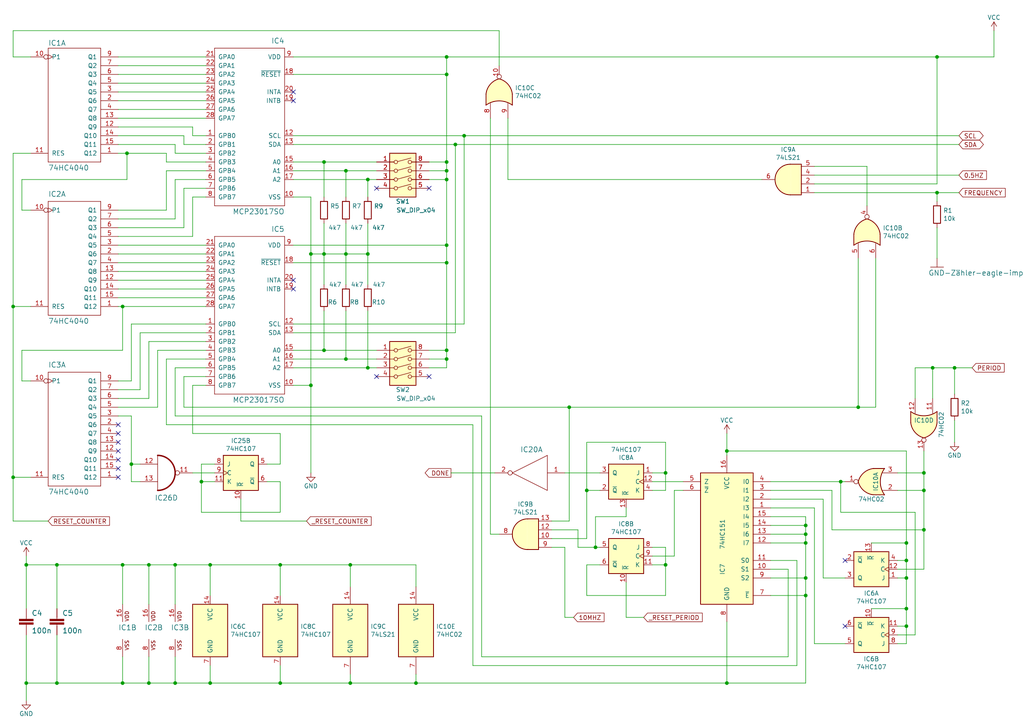
<source format=kicad_sch>
(kicad_sch (version 20211123) (generator eeschema)
  (paper "A4")
  (lib_symbols
    (symbol "74xx:74LS02" (pin_names (offset 1.016))
      (property "Reference" "U" (at 0 1.27 0))
      (property "Value" "74LS02" (at 0 -1.27 0))
      (symbol "74LS02_1_1"
        (pin output inverted (at 7.62 0 180) (length 3.81) (name "~") (number "1"))
        (pin input line (at -7.62 2.54 0) (length 4.318) (name "~") (number "2"))
        (pin input line (at -7.62 -2.54 0) (length 4.318) (name "~") (number "3"))
      )
      (symbol "74LS02_1_2"
        (pin output line (at 7.62 0 180) (length 3.81) (name "~") (number "1"))
        (pin input inverted (at -7.62 2.54 0) (length 3.81) (name "~") (number "2"))
        (pin input inverted (at -7.62 -2.54 0) (length 3.81) (name "~") (number "3"))
      )
      (symbol "74LS02_2_1"
        (pin output inverted (at 7.62 0 180) (length 3.81) (name "~") (number "4"))
        (pin input line (at -7.62 2.54 0) (length 4.318) (name "~") (number "5"))
        (pin input line (at -7.62 -2.54 0) (length 4.318) (name "~") (number "6"))
      )
      (symbol "74LS02_2_2"
        (pin output line (at 7.62 0 180) (length 3.81) (name "~") (number "4"))
        (pin input inverted (at -7.62 2.54 0) (length 3.81) (name "~") (number "5"))
        (pin input inverted (at -7.62 -2.54 0) (length 3.81) (name "~") (number "6"))
      )
      (symbol "74LS02_3_1"
        (pin output inverted (at 7.62 0 180) (length 3.81) (name "~") (number "10"))
        (pin input line (at -7.62 2.54 0) (length 4.318) (name "~") (number "8"))
        (pin input line (at -7.62 -2.54 0) (length 4.318) (name "~") (number "9"))
      )
      (symbol "74LS02_3_2"
        (pin output line (at 7.62 0 180) (length 3.81) (name "~") (number "10"))
        (pin input inverted (at -7.62 2.54 0) (length 3.81) (name "~") (number "8"))
        (pin input inverted (at -7.62 -2.54 0) (length 3.81) (name "~") (number "9"))
      )
      (symbol "74LS02_4_1"
        (pin input line (at -7.62 2.54 0) (length 4.318) (name "~") (number "11"))
        (pin input line (at -7.62 -2.54 0) (length 4.318) (name "~") (number "12"))
        (pin output inverted (at 7.62 0 180) (length 3.81) (name "~") (number "13"))
      )
      (symbol "74LS02_4_2"
        (pin input inverted (at -7.62 2.54 0) (length 3.81) (name "~") (number "11"))
        (pin input inverted (at -7.62 -2.54 0) (length 3.81) (name "~") (number "12"))
        (pin output line (at 7.62 0 180) (length 3.81) (name "~") (number "13"))
      )
      (symbol "74LS02_5_0"
        (pin power_in line (at 0 12.7 270) (length 5.08) (name "VCC") (number "14"))
        (pin power_in line (at 0 -12.7 90) (length 5.08) (name "GND") (number "7"))
      )
    )
    (symbol "74xx:74LS107" (pin_names (offset 1.016))
      (property "Reference" "U" (at -7.62 8.89 0))
      (property "Value" "74LS107" (at -7.62 -8.89 0))
      (symbol "74LS107_1_0"
        (pin input line (at -7.62 2.54 0) (length 2.54) (name "J") (number "1"))
        (pin input clock (at -7.62 0 0) (length 2.54) (name "C") (number "12"))
        (pin input line (at 0 -7.62 90) (length 2.54) (name "~{R}") (number "13"))
        (pin output line (at 7.62 -2.54 180) (length 2.54) (name "~{Q}") (number "2"))
        (pin output line (at 7.62 2.54 180) (length 2.54) (name "Q") (number "3"))
        (pin input line (at -7.62 -2.54 0) (length 2.54) (name "K") (number "4"))
      )
      (symbol "74LS107_2_0"
        (pin input line (at 0 -7.62 90) (length 2.54) (name "~{R}") (number "10"))
        (pin input line (at -7.62 -2.54 0) (length 2.54) (name "K") (number "11"))
        (pin output line (at 7.62 2.54 180) (length 2.54) (name "Q") (number "5"))
        (pin output line (at 7.62 -2.54 180) (length 2.54) (name "~{Q}") (number "6"))
        (pin input line (at -7.62 2.54 0) (length 2.54) (name "J") (number "8"))
        (pin input clock (at -7.62 0 0) (length 2.54) (name "C") (number "9"))
      )
      (symbol "74LS107_3_0"
        (pin power_in line (at 0 10.16 270) (length 2.54) (name "VCC") (number "14"))
        (pin power_in line (at 0 -10.16 90) (length 2.54) (name "GND") (number "7"))
      )
    )
    (symbol "74xx:74LS151" (pin_names (offset 1.016))
      (property "Reference" "U" (at -7.62 19.05 0))
      (property "Value" "74LS151" (at -7.62 -21.59 0))
      (symbol "74LS151_1_0"
        (pin input line (at -12.7 7.62 0) (length 5.08) (name "I3") (number "1"))
        (pin input line (at -12.7 -10.16 0) (length 5.08) (name "S1") (number "10"))
        (pin input line (at -12.7 -7.62 0) (length 5.08) (name "S0") (number "11"))
        (pin input line (at -12.7 -2.54 0) (length 5.08) (name "I7") (number "12"))
        (pin input line (at -12.7 0 0) (length 5.08) (name "I6") (number "13"))
        (pin input line (at -12.7 2.54 0) (length 5.08) (name "I5") (number "14"))
        (pin input line (at -12.7 5.08 0) (length 5.08) (name "I4") (number "15"))
        (pin power_in line (at 0 22.86 270) (length 5.08) (name "VCC") (number "16"))
        (pin input line (at -12.7 10.16 0) (length 5.08) (name "I2") (number "2"))
        (pin input line (at -12.7 12.7 0) (length 5.08) (name "I1") (number "3"))
        (pin input line (at -12.7 15.24 0) (length 5.08) (name "I0") (number "4"))
        (pin output line (at 12.7 15.24 180) (length 5.08) (name "Z") (number "5"))
        (pin output line (at 12.7 12.7 180) (length 5.08) (name "~{Z}") (number "6"))
        (pin input line (at -12.7 -17.78 0) (length 5.08) (name "~{E}") (number "7"))
        (pin power_in line (at 0 -25.4 90) (length 5.08) (name "GND") (number "8"))
        (pin input line (at -12.7 -12.7 0) (length 5.08) (name "S2") (number "9"))
      )
    )
    (symbol "74xx:74LS21" (pin_names (offset 1.016))
      (property "Reference" "U" (at 0 1.27 0))
      (property "Value" "74LS21" (at 0 -1.27 0))
      (symbol "74LS21_1_1"
        (pin input line (at -7.62 3.81 0) (length 3.81) (name "~") (number "1"))
        (pin input line (at -7.62 1.27 0) (length 3.81) (name "~") (number "2"))
        (pin input line (at -7.62 -1.27 0) (length 3.81) (name "~") (number "4"))
        (pin input line (at -7.62 -3.81 0) (length 3.81) (name "~") (number "5"))
        (pin output line (at 7.62 0 180) (length 3.81) (name "~") (number "6"))
      )
      (symbol "74LS21_1_2"
        (pin input inverted (at -7.62 3.81 0) (length 3.81) (name "~") (number "1"))
        (pin input inverted (at -7.62 1.27 0) (length 4.826) (name "~") (number "2"))
        (pin input inverted (at -7.62 -1.27 0) (length 4.826) (name "~") (number "4"))
        (pin input inverted (at -7.62 -3.81 0) (length 3.81) (name "~") (number "5"))
        (pin output inverted (at 7.62 0 180) (length 3.81) (name "~") (number "6"))
      )
      (symbol "74LS21_2_1"
        (pin input line (at -7.62 1.27 0) (length 3.81) (name "~") (number "10"))
        (pin input line (at -7.62 -1.27 0) (length 3.81) (name "~") (number "12"))
        (pin input line (at -7.62 -3.81 0) (length 3.81) (name "~") (number "13"))
        (pin output line (at 7.62 0 180) (length 3.81) (name "~") (number "8"))
        (pin input line (at -7.62 3.81 0) (length 3.81) (name "~") (number "9"))
      )
      (symbol "74LS21_2_2"
        (pin input inverted (at -7.62 1.27 0) (length 4.826) (name "~") (number "10"))
        (pin input inverted (at -7.62 -1.27 0) (length 4.826) (name "~") (number "12"))
        (pin input inverted (at -7.62 -3.81 0) (length 3.81) (name "~") (number "13"))
        (pin output inverted (at 7.62 0 180) (length 3.81) (name "~") (number "8"))
        (pin input inverted (at -7.62 3.81 0) (length 3.81) (name "~") (number "9"))
      )
      (symbol "74LS21_3_0"
        (pin power_in line (at 0 12.7 270) (length 5.08) (name "VCC") (number "14"))
        (pin power_in line (at 0 -12.7 90) (length 5.08) (name "GND") (number "7"))
      )
    )
    (symbol "Device:R" (pin_numbers hide) (pin_names (offset 0))
      (property "Reference" "R" (at 2.032 0 90))
      (property "Value" "R" (at 0 0 90))
      (symbol "R_1_1"
        (pin passive line (at 0 3.81 270) (length 1.27) (name "~") (number "1"))
        (pin passive line (at 0 -3.81 90) (length 1.27) (name "~") (number "2"))
      )
    )
    (symbol "Hauptplatine-rescue:4040D-Zähler-eagle-import" (pin_names (offset 1.016))
      (property "Reference" "IC" (at -1.27 -0.635 0))
      (symbol "4040D-Zähler-eagle-import_1_0"
        (pin output line (at 12.7 -15.24 180) (length 5.08) (name "Q12") (number "1"))
        (pin input inverted_clock (at -12.7 12.7 0) (length 5.08) (name "P1") (number "10"))
        (pin input line (at -12.7 -15.24 0) (length 5.08) (name "RES") (number "11"))
        (pin output line (at 12.7 -7.62 180) (length 5.08) (name "Q9") (number "12"))
        (pin output line (at 12.7 -5.08 180) (length 5.08) (name "Q8") (number "13"))
        (pin output line (at 12.7 -10.16 180) (length 5.08) (name "Q10") (number "14"))
        (pin output line (at 12.7 -12.7 180) (length 5.08) (name "Q11") (number "15"))
        (pin output line (at 12.7 0 180) (length 5.08) (name "Q6") (number "2"))
        (pin output line (at 12.7 2.54 180) (length 5.08) (name "Q5") (number "3"))
        (pin output line (at 12.7 -2.54 180) (length 5.08) (name "Q7") (number "4"))
        (pin output line (at 12.7 5.08 180) (length 5.08) (name "Q4") (number "5"))
        (pin output line (at 12.7 7.62 180) (length 5.08) (name "Q3") (number "6"))
        (pin output line (at 12.7 10.16 180) (length 5.08) (name "Q2") (number "7"))
        (pin output line (at 12.7 12.7 180) (length 5.08) (name "Q1") (number "9"))
      )
      (symbol "4040D-Zähler-eagle-import_2_0"
        (text "VDD" (at 1.905 2.54 900) (effects (font (size 1.0668 1.0668)) (justify left bottom)))
        (text "VSS" (at 1.905 -5.842 900) (effects (font (size 1.0668 1.0668)) (justify left bottom)))
        (pin power_in line (at 0 7.62 270) (length 5.08) (name "VDD") (number "16"))
        (pin power_in line (at 0 -7.62 90) (length 5.08) (name "VSS") (number "8"))
      )
    )
    (symbol "Hauptplatine-rescue:7400D-Zähler-eagle-import" (pin_names (offset 1.016))
      (property "Reference" "IC" (at -0.635 -0.635 0))
      (symbol "7400D-Zähler-eagle-import_1_0"
        (pin input line (at -7.62 2.54 0) (length 5.08) (name "I0") (number "1"))
        (pin input line (at -7.62 -2.54 0) (length 5.08) (name "I1") (number "2"))
        (pin output inverted (at 7.62 0 180) (length 5.08) (name "O") (number "3"))
      )
      (symbol "7400D-Zähler-eagle-import_2_0"
        (pin input line (at -7.62 2.54 0) (length 5.08) (name "I0") (number "4"))
        (pin input line (at -7.62 -2.54 0) (length 5.08) (name "I1") (number "5"))
        (pin output inverted (at 7.62 0 180) (length 5.08) (name "O") (number "6"))
      )
      (symbol "7400D-Zähler-eagle-import_3_0"
        (pin input line (at -7.62 -2.54 0) (length 5.08) (name "I1") (number "10"))
        (pin output inverted (at 7.62 0 180) (length 5.08) (name "O") (number "8"))
        (pin input line (at -7.62 2.54 0) (length 5.08) (name "I0") (number "9"))
      )
      (symbol "7400D-Zähler-eagle-import_4_0"
        (pin output inverted (at 7.62 0 180) (length 5.08) (name "O") (number "11"))
        (pin input line (at -7.62 2.54 0) (length 5.08) (name "I0") (number "12"))
        (pin input line (at -7.62 -2.54 0) (length 5.08) (name "I1") (number "13"))
      )
      (symbol "7400D-Zähler-eagle-import_5_0"
        (text "GND" (at 1.905 -5.842 900) (effects (font (size 1.0668 1.0668)) (justify left bottom)))
        (text "VCC" (at 1.905 2.54 900) (effects (font (size 1.0668 1.0668)) (justify left bottom)))
        (pin power_in line (at 0 7.62 270) (length 5.08) (name "VCC") (number "14"))
        (pin power_in line (at 0 -7.62 90) (length 5.08) (name "GND") (number "7"))
      )
    )
    (symbol "Hauptplatine-rescue:7404D-Taktgenerator-eagle-import" (pin_names (offset 1.016))
      (property "Reference" "IC" (at -0.635 -0.635 0))
      (symbol "7404D-Taktgenerator-eagle-import_1_0"
        (pin input line (at -10.16 0 0) (length 5.08) (name "I") (number "1"))
        (pin output inverted (at 10.16 0 180) (length 5.08) (name "O") (number "2"))
      )
      (symbol "7404D-Taktgenerator-eagle-import_2_0"
        (pin input line (at -10.16 0 0) (length 5.08) (name "I") (number "3"))
        (pin output inverted (at 10.16 0 180) (length 5.08) (name "O") (number "4"))
      )
      (symbol "7404D-Taktgenerator-eagle-import_3_0"
        (pin input line (at -10.16 0 0) (length 5.08) (name "I") (number "5"))
        (pin output inverted (at 10.16 0 180) (length 5.08) (name "O") (number "6"))
      )
      (symbol "7404D-Taktgenerator-eagle-import_4_0"
        (pin output inverted (at 10.16 0 180) (length 5.08) (name "O") (number "8"))
        (pin input line (at -10.16 0 0) (length 5.08) (name "I") (number "9"))
      )
      (symbol "7404D-Taktgenerator-eagle-import_5_0"
        (pin output inverted (at 10.16 0 180) (length 5.08) (name "O") (number "10"))
        (pin input line (at -10.16 0 0) (length 5.08) (name "I") (number "11"))
      )
      (symbol "7404D-Taktgenerator-eagle-import_6_0"
        (pin output inverted (at 10.16 0 180) (length 5.08) (name "O") (number "12"))
        (pin input line (at -10.16 0 0) (length 5.08) (name "I") (number "13"))
      )
      (symbol "7404D-Taktgenerator-eagle-import_7_0"
        (text "GND" (at 1.905 -5.842 900) (effects (font (size 1.0668 1.0668)) (justify left bottom)))
        (text "VCC" (at 1.905 2.54 900) (effects (font (size 1.0668 1.0668)) (justify left bottom)))
        (pin power_in line (at 0 7.62 270) (length 5.08) (name "VCC") (number "14"))
        (pin power_in line (at 0 -7.62 90) (length 5.08) (name "GND") (number "7"))
      )
    )
    (symbol "Hauptplatine-rescue:C-EUC0603-Zähler-eagle-import" (pin_names (offset 1.016))
      (property "Reference" "C" (at 1.524 0.381 0))
      (property "Value" "C-EUC0603-Zähler-eagle-import" (at 1.524 -4.699 0))
      (symbol "C-EUC0603-Zähler-eagle-import_1_0"
        (pin passive line (at 0 2.54 270) (length 2.54) (name "1") (number "1"))
        (pin passive line (at 0 -5.08 90) (length 2.54) (name "2") (number "2"))
      )
    )
    (symbol "Hauptplatine-rescue:GND-Zähler-eagle-import" (power) (pin_names (offset 1.016))
      (property "Value" "GND-Zähler-eagle-import" (at -2.54 -2.54 0))
      (symbol "GND-Zähler-eagle-import_1_0"
        (pin power_in line (at 0 2.54 270) (length 2.54) (name "GND") (number "1"))
      )
    )
    (symbol "Hauptplatine-rescue:MCP23017SO-Zähler-eagle-import" (pin_names (offset 1.016))
      (property "Reference" "IC" (at -10.16 24.13 0))
      (property "Value" "MCP23017SO-Zähler-eagle-import" (at -10.16 -25.4 0))
      (symbol "MCP23017SO-Zähler-eagle-import_1_0"
        (pin bidirectional line (at 12.7 -2.54 180) (length 2.54) (name "GPB0") (number "1"))
        (pin power_in line (at -12.7 -20.32 0) (length 2.54) (name "VSS") (number "10"))
        (pin input line (at -12.7 -2.54 0) (length 2.54) (name "SCL") (number "12"))
        (pin bidirectional line (at -12.7 -5.08 0) (length 2.54) (name "SDA") (number "13"))
        (pin input line (at -12.7 -10.16 0) (length 2.54) (name "A0") (number "15"))
        (pin input line (at -12.7 -12.7 0) (length 2.54) (name "A1") (number "16"))
        (pin input line (at -12.7 -15.24 0) (length 2.54) (name "A2") (number "17"))
        (pin input line (at -12.7 15.24 0) (length 2.54) (name "~{RESET}") (number "18"))
        (pin output line (at -12.7 7.62 0) (length 2.54) (name "INTB") (number "19"))
        (pin bidirectional line (at 12.7 -5.08 180) (length 2.54) (name "GPB1") (number "2"))
        (pin output line (at -12.7 10.16 0) (length 2.54) (name "INTA") (number "20"))
        (pin bidirectional line (at 12.7 20.32 180) (length 2.54) (name "GPA0") (number "21"))
        (pin bidirectional line (at 12.7 17.78 180) (length 2.54) (name "GPA1") (number "22"))
        (pin bidirectional line (at 12.7 15.24 180) (length 2.54) (name "GPA2") (number "23"))
        (pin bidirectional line (at 12.7 12.7 180) (length 2.54) (name "GPA3") (number "24"))
        (pin bidirectional line (at 12.7 10.16 180) (length 2.54) (name "GPA4") (number "25"))
        (pin bidirectional line (at 12.7 7.62 180) (length 2.54) (name "GPA5") (number "26"))
        (pin bidirectional line (at 12.7 5.08 180) (length 2.54) (name "GPA6") (number "27"))
        (pin bidirectional line (at 12.7 2.54 180) (length 2.54) (name "GPA7") (number "28"))
        (pin bidirectional line (at 12.7 -7.62 180) (length 2.54) (name "GPB2") (number "3"))
        (pin bidirectional line (at 12.7 -10.16 180) (length 2.54) (name "GPB3") (number "4"))
        (pin bidirectional line (at 12.7 -12.7 180) (length 2.54) (name "GPB4") (number "5"))
        (pin bidirectional line (at 12.7 -15.24 180) (length 2.54) (name "GPB5") (number "6"))
        (pin bidirectional line (at 12.7 -17.78 180) (length 2.54) (name "GPB6") (number "7"))
        (pin bidirectional line (at 12.7 -20.32 180) (length 2.54) (name "GPB7") (number "8"))
        (pin power_in line (at -12.7 20.32 0) (length 2.54) (name "VDD") (number "9"))
      )
    )
    (symbol "Switch:SW_DIP_x04" (pin_names (offset 0) hide)
      (property "Reference" "SW" (at 0 8.89 0))
      (property "Value" "SW_DIP_x04" (at 0 -6.35 0))
      (symbol "SW_DIP_x04_1_1"
        (pin passive line (at -7.62 5.08 0) (length 5.08) (name "~") (number "1"))
        (pin passive line (at -7.62 2.54 0) (length 5.08) (name "~") (number "2"))
        (pin passive line (at -7.62 0 0) (length 5.08) (name "~") (number "3"))
        (pin passive line (at -7.62 -2.54 0) (length 5.08) (name "~") (number "4"))
        (pin passive line (at 7.62 -2.54 180) (length 5.08) (name "~") (number "5"))
        (pin passive line (at 7.62 0 180) (length 5.08) (name "~") (number "6"))
        (pin passive line (at 7.62 2.54 180) (length 5.08) (name "~") (number "7"))
        (pin passive line (at 7.62 5.08 180) (length 5.08) (name "~") (number "8"))
      )
    )
    (symbol "power:GND" (power) (pin_names (offset 0))
      (property "Value" "GND" (at 0 -3.81 0))
      (symbol "GND_1_1"
        (pin power_in line (at 0 0 270) (length 0) hide (name "GND") (number "1"))
      )
    )
    (symbol "power:VCC" (power) (pin_names (offset 0))
      (property "Value" "VCC" (at 0 3.81 0))
      (symbol "VCC_1_1"
        (pin power_in line (at 0 0 90) (length 0) hide (name "VCC") (number "1"))
      )
    )
  )
  (junction (at 35.56 163.83))
  (junction (at 43.18 198.12))
  (junction (at 267.97 142.24))
  (junction (at 262.89 157.48))
  (junction (at 210.82 198.12))
  (junction (at 101.6 163.83))
  (junction (at 101.6 198.12))
  (junction (at 233.68 152.4))
  (junction (at 262.89 162.56))
  (junction (at 210.82 130.81))
  (junction (at 233.68 167.64))
  (junction (at 35.56 88.9))
  (junction (at 106.68 52.07))
  (junction (at 38.1 134.62))
  (junction (at 60.96 163.83))
  (junction (at 262.89 181.61))
  (junction (at 129.54 46.99))
  (junction (at 267.97 137.16))
  (junction (at 58.42 139.7))
  (junction (at 90.17 111.76))
  (junction (at 120.65 198.12))
  (junction (at 7.62 198.12))
  (junction (at 233.68 154.94))
  (junction (at 243.84 139.7))
  (junction (at 81.28 198.12))
  (junction (at 129.54 104.14))
  (junction (at 132.08 41.91))
  (junction (at 50.8 163.83))
  (junction (at 165.1 118.11))
  (junction (at 276.86 106.68))
  (junction (at 170.18 142.24))
  (junction (at 60.96 198.12))
  (junction (at 267.97 153.67))
  (junction (at 106.68 106.68))
  (junction (at 93.98 46.99))
  (junction (at 100.33 49.53))
  (junction (at 16.51 198.12))
  (junction (at 193.04 137.16))
  (junction (at 16.51 163.83))
  (junction (at 43.18 163.83))
  (junction (at 7.62 163.83))
  (junction (at 100.33 73.66))
  (junction (at 100.33 104.14))
  (junction (at 106.68 73.66))
  (junction (at 129.54 71.12))
  (junction (at 81.28 163.83))
  (junction (at 129.54 101.6))
  (junction (at 90.17 73.66))
  (junction (at 129.54 21.59))
  (junction (at 248.92 118.11))
  (junction (at 50.8 198.12))
  (junction (at 3.81 88.9))
  (junction (at 35.56 198.12))
  (junction (at 193.04 163.83))
  (junction (at 93.98 73.66))
  (junction (at 129.54 52.07))
  (junction (at 271.78 55.88))
  (junction (at 93.98 101.6))
  (junction (at 270.51 106.68))
  (junction (at 129.54 16.51))
  (junction (at 233.68 172.72))
  (junction (at 271.78 16.51))
  (junction (at 134.62 39.37))
  (junction (at 129.54 49.53))
  (junction (at 262.89 167.64))
  (junction (at 172.72 158.75))
  (junction (at 262.89 176.53))
  (junction (at 36.83 44.45))
  (junction (at 3.81 138.43))
  (junction (at 233.68 157.48))
  (junction (at 129.54 76.2))
  (no_connect (at 245.11 181.61))
  (no_connect (at 34.29 138.43))
  (no_connect (at 34.29 123.19))
  (no_connect (at 109.22 54.61))
  (no_connect (at 245.11 162.56))
  (no_connect (at 124.46 109.22))
  (no_connect (at 34.29 133.35))
  (no_connect (at 34.29 128.27))
  (no_connect (at 85.09 83.82))
  (no_connect (at 85.09 81.28))
  (no_connect (at 124.46 54.61))
  (no_connect (at 34.29 130.81))
  (no_connect (at 34.29 125.73))
  (no_connect (at 85.09 26.67))
  (no_connect (at 85.09 29.21))
  (no_connect (at 109.22 109.22))
  (no_connect (at 34.29 135.89))
  (wire (pts (xy 129.54 49.53) (xy 129.54 46.99)))
  (wire (pts (xy 129.54 21.59) (xy 129.54 16.51)))
  (wire (pts (xy 243.84 139.7) (xy 223.52 139.7)))
  (wire (pts (xy 281.94 106.68) (xy 276.86 106.68)))
  (wire (pts (xy 147.32 34.29) (xy 147.32 52.07)))
  (wire (pts (xy 223.52 147.32) (xy 236.22 147.32)))
  (wire (pts (xy 55.88 39.37) (xy 59.69 39.37)))
  (wire (pts (xy 85.09 41.91) (xy 132.08 41.91)))
  (wire (pts (xy 50.8 120.65) (xy 139.7 120.65)))
  (wire (pts (xy 90.17 73.66) (xy 90.17 111.76)))
  (wire (pts (xy 85.09 111.76) (xy 90.17 111.76)))
  (wire (pts (xy 16.51 198.12) (xy 35.56 198.12)))
  (wire (pts (xy 109.22 49.53) (xy 100.33 49.53)))
  (wire (pts (xy 59.69 106.68) (xy 50.8 106.68)))
  (wire (pts (xy 48.26 49.53) (xy 59.69 49.53)))
  (wire (pts (xy 81.28 163.83) (xy 81.28 172.72)))
  (wire (pts (xy 132.08 96.52) (xy 85.09 96.52)))
  (wire (pts (xy 3.81 138.43) (xy 3.81 151.13)))
  (wire (pts (xy 198.12 142.24) (xy 195.58 142.24)))
  (wire (pts (xy 38.1 134.62) (xy 38.1 139.7)))
  (wire (pts (xy 173.99 158.75) (xy 172.72 158.75)))
  (wire (pts (xy 35.56 163.83) (xy 43.18 163.83)))
  (wire (pts (xy 129.54 46.99) (xy 129.54 21.59)))
  (wire (pts (xy 186.69 179.07) (xy 181.61 179.07)))
  (wire (pts (xy 100.33 73.66) (xy 93.98 73.66)))
  (wire (pts (xy 6.35 60.96) (xy 6.35 52.07)))
  (wire (pts (xy 7.62 203.2) (xy 7.62 198.12)))
  (wire (pts (xy 100.33 64.77) (xy 100.33 73.66)))
  (wire (pts (xy 223.52 172.72) (xy 233.68 172.72)))
  (wire (pts (xy 173.99 142.24) (xy 170.18 142.24)))
  (wire (pts (xy 223.52 152.4) (xy 233.68 152.4)))
  (wire (pts (xy 53.34 109.22) (xy 53.34 118.11)))
  (wire (pts (xy 163.83 158.75) (xy 163.83 179.07)))
  (wire (pts (xy 130.81 137.16) (xy 143.51 137.16)))
  (wire (pts (xy 16.51 176.53) (xy 16.51 163.83)))
  (wire (pts (xy 34.29 81.28) (xy 59.69 81.28)))
  (wire (pts (xy 189.23 158.75) (xy 193.04 158.75)))
  (wire (pts (xy 35.56 190.5) (xy 35.56 198.12)))
  (wire (pts (xy 3.81 44.45) (xy 8.89 44.45)))
  (wire (pts (xy 34.29 21.59) (xy 59.69 21.59)))
  (wire (pts (xy 193.04 163.83) (xy 193.04 172.72)))
  (wire (pts (xy 134.62 93.98) (xy 134.62 39.37)))
  (wire (pts (xy 124.46 104.14) (xy 129.54 104.14)))
  (wire (pts (xy 38.1 139.7) (xy 40.64 139.7)))
  (wire (pts (xy 34.29 41.91) (xy 50.8 41.91)))
  (wire (pts (xy 248.92 118.11) (xy 254 118.11)))
  (wire (pts (xy 43.18 163.83) (xy 50.8 163.83)))
  (wire (pts (xy 60.96 193.04) (xy 60.96 198.12)))
  (wire (pts (xy 193.04 158.75) (xy 193.04 163.83)))
  (wire (pts (xy 137.16 123.19) (xy 137.16 193.04)))
  (wire (pts (xy 160.02 153.67) (xy 167.64 153.67)))
  (wire (pts (xy 262.89 176.53) (xy 262.89 181.61)))
  (wire (pts (xy 271.78 55.88) (xy 236.22 55.88)))
  (wire (pts (xy 38.1 110.49) (xy 38.1 93.98)))
  (wire (pts (xy 167.64 158.75) (xy 167.64 153.67)))
  (wire (pts (xy 137.16 193.04) (xy 231.14 193.04)))
  (wire (pts (xy 236.22 147.32) (xy 236.22 186.69)))
  (wire (pts (xy 8.89 60.96) (xy 6.35 60.96)))
  (wire (pts (xy 228.6 165.1) (xy 228.6 190.5)))
  (wire (pts (xy 228.6 190.5) (xy 139.7 190.5)))
  (wire (pts (xy 93.98 101.6) (xy 109.22 101.6)))
  (wire (pts (xy 243.84 148.59) (xy 265.43 148.59)))
  (wire (pts (xy 6.35 101.6) (xy 6.35 110.49)))
  (wire (pts (xy 270.51 106.68) (xy 270.51 115.57)))
  (wire (pts (xy 262.89 167.64) (xy 262.89 176.53)))
  (wire (pts (xy 101.6 195.58) (xy 101.6 198.12)))
  (wire (pts (xy 43.18 163.83) (xy 43.18 175.26)))
  (wire (pts (xy 236.22 186.69) (xy 245.11 186.69)))
  (wire (pts (xy 129.54 52.07) (xy 129.54 49.53)))
  (wire (pts (xy 85.09 76.2) (xy 129.54 76.2)))
  (wire (pts (xy 3.81 16.51) (xy 3.81 8.89)))
  (wire (pts (xy 58.42 134.62) (xy 62.23 134.62)))
  (wire (pts (xy 142.24 154.94) (xy 144.78 154.94)))
  (wire (pts (xy 16.51 184.15) (xy 16.51 198.12)))
  (wire (pts (xy 276.86 121.92) (xy 276.86 128.27)))
  (wire (pts (xy 62.23 139.7) (xy 58.42 139.7)))
  (wire (pts (xy 101.6 198.12) (xy 120.65 198.12)))
  (wire (pts (xy 34.29 26.67) (xy 59.69 26.67)))
  (wire (pts (xy 93.98 46.99) (xy 109.22 46.99)))
  (wire (pts (xy 50.8 63.5) (xy 50.8 52.07)))
  (wire (pts (xy 129.54 76.2) (xy 129.54 71.12)))
  (wire (pts (xy 170.18 142.24) (xy 170.18 128.27)))
  (wire (pts (xy 36.83 52.07) (xy 36.83 44.45)))
  (wire (pts (xy 45.72 118.11) (xy 34.29 118.11)))
  (wire (pts (xy 241.3 142.24) (xy 241.3 153.67)))
  (wire (pts (xy 160.02 156.21) (xy 170.18 156.21)))
  (wire (pts (xy 231.14 162.56) (xy 223.52 162.56)))
  (wire (pts (xy 16.51 163.83) (xy 7.62 163.83)))
  (wire (pts (xy 81.28 125.73) (xy 81.28 134.62)))
  (wire (pts (xy 262.89 130.81) (xy 262.89 157.48)))
  (wire (pts (xy 69.85 144.78) (xy 69.85 151.13)))
  (wire (pts (xy 35.56 88.9) (xy 34.29 88.9)))
  (wire (pts (xy 170.18 128.27) (xy 193.04 128.27)))
  (wire (pts (xy 120.65 163.83) (xy 120.65 170.18)))
  (wire (pts (xy 243.84 139.7) (xy 243.84 148.59)))
  (wire (pts (xy 8.89 16.51) (xy 3.81 16.51)))
  (wire (pts (xy 189.23 137.16) (xy 193.04 137.16)))
  (wire (pts (xy 223.52 165.1) (xy 228.6 165.1)))
  (wire (pts (xy 254 118.11) (xy 254 74.93)))
  (wire (pts (xy 34.29 83.82) (xy 59.69 83.82)))
  (wire (pts (xy 55.88 111.76) (xy 55.88 125.73)))
  (wire (pts (xy 60.96 198.12) (xy 81.28 198.12)))
  (wire (pts (xy 252.73 157.48) (xy 262.89 157.48)))
  (wire (pts (xy 45.72 101.6) (xy 45.72 118.11)))
  (wire (pts (xy 170.18 156.21) (xy 170.18 142.24)))
  (wire (pts (xy 100.33 57.15) (xy 100.33 49.53)))
  (wire (pts (xy 34.29 44.45) (xy 36.83 44.45)))
  (wire (pts (xy 81.28 193.04) (xy 81.28 198.12)))
  (wire (pts (xy 40.64 113.03) (xy 40.64 96.52)))
  (wire (pts (xy 53.34 39.37) (xy 53.34 41.91)))
  (wire (pts (xy 50.8 198.12) (xy 50.8 190.5)))
  (wire (pts (xy 43.18 198.12) (xy 50.8 198.12)))
  (wire (pts (xy 238.76 144.78) (xy 223.52 144.78)))
  (wire (pts (xy 50.8 106.68) (xy 50.8 120.65)))
  (wire (pts (xy 40.64 113.03) (xy 34.29 113.03)))
  (wire (pts (xy 100.33 104.14) (xy 109.22 104.14)))
  (wire (pts (xy 100.33 49.53) (xy 85.09 49.53)))
  (wire (pts (xy 193.04 137.16) (xy 193.04 142.24)))
  (wire (pts (xy 43.18 198.12) (xy 43.18 190.5)))
  (wire (pts (xy 124.46 106.68) (xy 129.54 106.68)))
  (wire (pts (xy 34.29 36.83) (xy 55.88 36.83)))
  (wire (pts (xy 132.08 41.91) (xy 132.08 96.52)))
  (wire (pts (xy 132.08 41.91) (xy 278.13 41.91)))
  (wire (pts (xy 260.35 142.24) (xy 267.97 142.24)))
  (wire (pts (xy 120.65 198.12) (xy 210.82 198.12)))
  (wire (pts (xy 233.68 154.94) (xy 233.68 157.48)))
  (wire (pts (xy 252.73 176.53) (xy 262.89 176.53)))
  (wire (pts (xy 50.8 44.45) (xy 59.69 44.45)))
  (wire (pts (xy 50.8 41.91) (xy 50.8 44.45)))
  (wire (pts (xy 193.04 172.72) (xy 170.18 172.72)))
  (wire (pts (xy 59.69 24.13) (xy 34.29 24.13)))
  (wire (pts (xy 48.26 123.19) (xy 137.16 123.19)))
  (wire (pts (xy 101.6 163.83) (xy 120.65 163.83)))
  (wire (pts (xy 38.1 93.98) (xy 59.69 93.98)))
  (wire (pts (xy 35.56 198.12) (xy 43.18 198.12)))
  (wire (pts (xy 189.23 139.7) (xy 198.12 139.7)))
  (wire (pts (xy 106.68 90.17) (xy 106.68 106.68)))
  (wire (pts (xy 260.35 137.16) (xy 267.97 137.16)))
  (wire (pts (xy 139.7 190.5) (xy 139.7 120.65)))
  (wire (pts (xy 85.09 46.99) (xy 93.98 46.99)))
  (wire (pts (xy 93.98 90.17) (xy 93.98 101.6)))
  (wire (pts (xy 3.81 88.9) (xy 3.81 44.45)))
  (wire (pts (xy 172.72 149.86) (xy 181.61 149.86)))
  (wire (pts (xy 34.29 39.37) (xy 53.34 39.37)))
  (wire (pts (xy 59.69 101.6) (xy 45.72 101.6)))
  (wire (pts (xy 276.86 106.68) (xy 270.51 106.68)))
  (wire (pts (xy 248.92 74.93) (xy 248.92 118.11)))
  (wire (pts (xy 100.33 73.66) (xy 100.33 82.55)))
  (wire (pts (xy 189.23 163.83) (xy 193.04 163.83)))
  (wire (pts (xy 233.68 149.86) (xy 233.68 152.4)))
  (wire (pts (xy 267.97 153.67) (xy 241.3 153.67)))
  (wire (pts (xy 124.46 49.53) (xy 129.54 49.53)))
  (wire (pts (xy 106.68 52.07) (xy 109.22 52.07)))
  (wire (pts (xy 210.82 130.81) (xy 210.82 132.08)))
  (wire (pts (xy 40.64 96.52) (xy 59.69 96.52)))
  (wire (pts (xy 210.82 125.73) (xy 210.82 130.81)))
  (wire (pts (xy 90.17 111.76) (xy 90.17 137.16)))
  (wire (pts (xy 124.46 101.6) (xy 129.54 101.6)))
  (wire (pts (xy 53.34 118.11) (xy 165.1 118.11)))
  (wire (pts (xy 271.78 16.51) (xy 288.29 16.51)))
  (wire (pts (xy 271.78 66.04) (xy 271.78 74.93)))
  (wire (pts (xy 77.47 134.62) (xy 81.28 134.62)))
  (wire (pts (xy 165.1 151.13) (xy 160.02 151.13)))
  (wire (pts (xy 34.29 76.2) (xy 59.69 76.2)))
  (wire (pts (xy 50.8 198.12) (xy 60.96 198.12)))
  (wire (pts (xy 163.83 179.07) (xy 166.37 179.07)))
  (wire (pts (xy 262.89 162.56) (xy 262.89 167.64)))
  (wire (pts (xy 55.88 36.83) (xy 55.88 39.37)))
  (wire (pts (xy 60.96 163.83) (xy 60.96 172.72)))
  (wire (pts (xy 93.98 57.15) (xy 93.98 46.99)))
  (wire (pts (xy 85.09 104.14) (xy 100.33 104.14)))
  (wire (pts (xy 129.54 101.6) (xy 129.54 76.2)))
  (wire (pts (xy 120.65 195.58) (xy 120.65 198.12)))
  (wire (pts (xy 93.98 73.66) (xy 93.98 82.55)))
  (wire (pts (xy 69.85 151.13) (xy 88.9 151.13)))
  (wire (pts (xy 55.88 111.76) (xy 59.69 111.76)))
  (wire (pts (xy 34.29 73.66) (xy 59.69 73.66)))
  (wire (pts (xy 90.17 57.15) (xy 90.17 73.66)))
  (wire (pts (xy 270.51 106.68) (xy 265.43 106.68)))
  (wire (pts (xy 34.29 31.75) (xy 59.69 31.75)))
  (wire (pts (xy 35.56 101.6) (xy 6.35 101.6)))
  (wire (pts (xy 241.3 142.24) (xy 223.52 142.24)))
  (wire (pts (xy 59.69 34.29) (xy 34.29 34.29)))
  (wire (pts (xy 233.68 152.4) (xy 233.68 154.94)))
  (wire (pts (xy 100.33 90.17) (xy 100.33 104.14)))
  (wire (pts (xy 34.29 71.12) (xy 59.69 71.12)))
  (wire (pts (xy 260.35 165.1) (xy 267.97 165.1)))
  (wire (pts (xy 262.89 181.61) (xy 262.89 186.69)))
  (wire (pts (xy 6.35 52.07) (xy 36.83 52.07)))
  (wire (pts (xy 233.68 172.72) (xy 233.68 198.12)))
  (wire (pts (xy 106.68 73.66) (xy 106.68 82.55)))
  (wire (pts (xy 48.26 60.96) (xy 34.29 60.96)))
  (wire (pts (xy 170.18 172.72) (xy 170.18 163.83)))
  (wire (pts (xy 233.68 157.48) (xy 233.68 167.64)))
  (wire (pts (xy 195.58 161.29) (xy 189.23 161.29)))
  (wire (pts (xy 101.6 163.83) (xy 101.6 170.18)))
  (wire (pts (xy 50.8 52.07) (xy 59.69 52.07)))
  (wire (pts (xy 55.88 137.16) (xy 62.23 137.16)))
  (wire (pts (xy 210.82 198.12) (xy 210.82 180.34)))
  (wire (pts (xy 77.47 139.7) (xy 81.28 139.7)))
  (wire (pts (xy 144.78 8.89) (xy 144.78 19.05)))
  (wire (pts (xy 50.8 163.83) (xy 50.8 175.26)))
  (wire (pts (xy 129.54 104.14) (xy 129.54 101.6)))
  (wire (pts (xy 16.51 163.83) (xy 35.56 163.83)))
  (wire (pts (xy 223.52 167.64) (xy 233.68 167.64)))
  (wire (pts (xy 85.09 93.98) (xy 134.62 93.98)))
  (wire (pts (xy 170.18 163.83) (xy 173.99 163.83)))
  (wire (pts (xy 34.29 110.49) (xy 38.1 110.49)))
  (wire (pts (xy 288.29 16.51) (xy 288.29 8.89)))
  (wire (pts (xy 59.69 109.22) (xy 53.34 109.22)))
  (wire (pts (xy 134.62 39.37) (xy 278.13 39.37)))
  (wire (pts (xy 181.61 179.07) (xy 181.61 168.91)))
  (wire (pts (xy 58.42 148.59) (xy 58.42 139.7)))
  (wire (pts (xy 59.69 54.61) (xy 53.34 54.61)))
  (wire (pts (xy 271.78 55.88) (xy 278.13 55.88)))
  (wire (pts (xy 173.99 137.16) (xy 163.83 137.16)))
  (wire (pts (xy 34.29 78.74) (xy 59.69 78.74)))
  (wire (pts (xy 165.1 118.11) (xy 248.92 118.11)))
  (wire (pts (xy 81.28 148.59) (xy 58.42 148.59)))
  (wire (pts (xy 267.97 165.1) (xy 267.97 153.67)))
  (wire (pts (xy 34.29 16.51) (xy 59.69 16.51)))
  (wire (pts (xy 7.62 184.15) (xy 7.62 198.12)))
  (wire (pts (xy 85.09 101.6) (xy 93.98 101.6)))
  (wire (pts (xy 238.76 167.64) (xy 238.76 144.78)))
  (wire (pts (xy 223.52 154.94) (xy 233.68 154.94)))
  (wire (pts (xy 236.22 53.34) (xy 271.78 53.34)))
  (wire (pts (xy 265.43 106.68) (xy 265.43 115.57)))
  (wire (pts (xy 34.29 120.65) (xy 38.1 120.65)))
  (wire (pts (xy 34.29 66.04) (xy 53.34 66.04)))
  (wire (pts (xy 267.97 142.24) (xy 267.97 137.16)))
  (wire (pts (xy 85.09 57.15) (xy 90.17 57.15)))
  (wire (pts (xy 59.69 19.05) (xy 34.29 19.05)))
  (wire (pts (xy 55.88 125.73) (xy 81.28 125.73)))
  (wire (pts (xy 245.11 167.64) (xy 238.76 167.64)))
  (wire (pts (xy 58.42 139.7) (xy 58.42 134.62)))
  (wire (pts (xy 7.62 163.83) (xy 7.62 161.29)))
  (wire (pts (xy 265.43 148.59) (xy 265.43 184.15)))
  (wire (pts (xy 55.88 57.15) (xy 59.69 57.15)))
  (wire (pts (xy 59.69 104.14) (xy 48.26 104.14)))
  (wire (pts (xy 7.62 198.12) (xy 16.51 198.12)))
  (wire (pts (xy 34.29 86.36) (xy 59.69 86.36)))
  (wire (pts (xy 50.8 163.83) (xy 60.96 163.83)))
  (wire (pts (xy 172.72 158.75) (xy 167.64 158.75)))
  (wire (pts (xy 53.34 41.91) (xy 59.69 41.91)))
  (wire (pts (xy 55.88 68.58) (xy 55.88 57.15)))
  (wire (pts (xy 193.04 128.27) (xy 193.04 137.16)))
  (wire (pts (xy 3.81 138.43) (xy 3.81 88.9)))
  (wire (pts (xy 8.89 88.9) (xy 3.81 88.9)))
  (wire (pts (xy 3.81 8.89) (xy 144.78 8.89)))
  (wire (pts (xy 3.81 138.43) (xy 8.89 138.43)))
  (wire (pts (xy 124.46 52.07) (xy 129.54 52.07)))
  (wire (pts (xy 40.64 134.62) (xy 38.1 134.62)))
  (wire (pts (xy 278.13 50.8) (xy 236.22 50.8)))
  (wire (pts (xy 233.68 198.12) (xy 210.82 198.12)))
  (wire (pts (xy 260.35 167.64) (xy 262.89 167.64)))
  (wire (pts (xy 106.68 64.77) (xy 106.68 73.66)))
  (wire (pts (xy 60.96 163.83) (xy 81.28 163.83)))
  (wire (pts (xy 48.26 60.96) (xy 48.26 49.53)))
  (wire (pts (xy 165.1 118.11) (xy 165.1 151.13)))
  (wire (pts (xy 260.35 181.61) (xy 262.89 181.61)))
  (wire (pts (xy 81.28 198.12) (xy 101.6 198.12)))
  (wire (pts (xy 223.52 157.48) (xy 233.68 157.48)))
  (wire (pts (xy 271.78 58.42) (xy 271.78 55.88)))
  (wire (pts (xy 85.09 106.68) (xy 106.68 106.68)))
  (wire (pts (xy 53.34 54.61) (xy 53.34 66.04)))
  (wire (pts (xy 231.14 193.04) (xy 231.14 162.56)))
  (wire (pts (xy 81.28 163.83) (xy 101.6 163.83)))
  (wire (pts (xy 129.54 71.12) (xy 129.54 52.07)))
  (wire (pts (xy 106.68 57.15) (xy 106.68 52.07)))
  (wire (pts (xy 267.97 130.81) (xy 267.97 137.16)))
  (wire (pts (xy 43.18 115.57) (xy 43.18 99.06)))
  (wire (pts (xy 85.09 71.12) (xy 129.54 71.12)))
  (wire (pts (xy 129.54 104.14) (xy 129.54 106.68)))
  (wire (pts (xy 260.35 184.15) (xy 265.43 184.15)))
  (wire (pts (xy 260.35 162.56) (xy 262.89 162.56)))
  (wire (pts (xy 7.62 176.53) (xy 7.62 163.83)))
  (wire (pts (xy 142.24 34.29) (xy 142.24 154.94)))
  (wire (pts (xy 223.52 149.86) (xy 233.68 149.86)))
  (wire (pts (xy 34.29 63.5) (xy 50.8 63.5)))
  (wire (pts (xy 160.02 158.75) (xy 163.83 158.75)))
  (wire (pts (xy 172.72 158.75) (xy 172.72 149.86)))
  (wire (pts (xy 35.56 163.83) (xy 35.56 175.26)))
  (wire (pts (xy 36.83 44.45) (xy 48.26 44.45)))
  (wire (pts (xy 233.68 167.64) (xy 233.68 172.72)))
  (wire (pts (xy 48.26 104.14) (xy 48.26 123.19)))
  (wire (pts (xy 195.58 142.24) (xy 195.58 161.29)))
  (wire (pts (xy 85.09 21.59) (xy 129.54 21.59)))
  (wire (pts (xy 262.89 186.69) (xy 260.35 186.69)))
  (wire (pts (xy 85.09 52.07) (xy 106.68 52.07)))
  (wire (pts (xy 210.82 130.81) (xy 262.89 130.81)))
  (wire (pts (xy 124.46 46.99) (xy 129.54 46.99)))
  (wire (pts (xy 147.32 52.07) (xy 220.98 52.07)))
  (wire (pts (xy 106.68 73.66) (xy 100.33 73.66)))
  (wire (pts (xy 267.97 142.24) (xy 267.97 153.67)))
  (wire (pts (xy 48.26 44.45) (xy 48.26 46.99)))
  (wire (pts (xy 34.29 115.57) (xy 43.18 115.57)))
  (wire (pts (xy 6.35 110.49) (xy 8.89 110.49)))
  (wire (pts (xy 236.22 48.26) (xy 251.46 48.26)))
  (wire (pts (xy 59.69 29.21) (xy 34.29 29.21)))
  (wire (pts (xy 106.68 106.68) (xy 109.22 106.68)))
  (wire (pts (xy 262.89 157.48) (xy 262.89 162.56)))
  (wire (pts (xy 193.04 142.24) (xy 189.23 142.24)))
  (wire (pts (xy 85.09 16.51) (xy 129.54 16.51)))
  (wire (pts (xy 245.11 139.7) (xy 243.84 139.7)))
  (wire (pts (xy 43.18 99.06) (xy 59.69 99.06)))
  (wire (pts (xy 48.26 46.99) (xy 59.69 46.99)))
  (wire (pts (xy 129.54 16.51) (xy 271.78 16.51)))
  (wire (pts (xy 181.61 149.86) (xy 181.61 147.32)))
  (wire (pts (xy 3.81 151.13) (xy 13.97 151.13)))
  (wire (pts (xy 38.1 120.65) (xy 38.1 134.62)))
  (wire (pts (xy 276.86 114.3) (xy 276.86 106.68)))
  (wire (pts (xy 34.29 68.58) (xy 55.88 68.58)))
  (wire (pts (xy 251.46 59.69) (xy 251.46 48.26)))
  (wire (pts (xy 85.09 39.37) (xy 134.62 39.37)))
  (wire (pts (xy 35.56 88.9) (xy 35.56 101.6)))
  (wire (pts (xy 271.78 53.34) (xy 271.78 16.51)))
  (wire (pts (xy 35.56 88.9) (xy 59.69 88.9)))
  (wire (pts (xy 81.28 139.7) (xy 81.28 148.59)))
  (wire (pts (xy 93.98 73.66) (xy 90.17 73.66)))
  (wire (pts (xy 93.98 64.77) (xy 93.98 73.66)))
  (global_label "RESET_COUNTER" (shape input) (at 13.97 151.13 0) (property "Intersheet References" "${INTERSHEET_REFS}" (effects hide)))
  (global_label "PERIOD" (shape input) (at 281.94 106.68 0) (property "Intersheet References" "${INTERSHEET_REFS}" (effects hide)))
  (global_label "_RESET_COUNTER" (shape input) (at 88.9 151.13 0) (property "Intersheet References" "${INTERSHEET_REFS}" (effects hide)))
  (global_label "0.5HZ" (shape input) (at 278.13 50.8 0) (property "Intersheet References" "${INTERSHEET_REFS}" (effects hide)))
  (global_label "FREQUENCY" (shape input) (at 278.13 55.88 0) (property "Intersheet References" "${INTERSHEET_REFS}" (effects hide)))
  (global_label "_RESET_PERIOD" (shape input) (at 186.69 179.07 0) (property "Intersheet References" "${INTERSHEET_REFS}" (effects hide)))
  (global_label "SCL" (shape bidirectional) (at 278.13 39.37 0) (property "Intersheet References" "${INTERSHEET_REFS}" (effects hide)))
  (global_label "DONE" (shape output) (at 130.81 137.16 180) (property "Intersheet References" "${INTERSHEET_REFS}" (effects hide)))
  (global_label "SDA" (shape bidirectional) (at 278.13 41.91 0) (property "Intersheet References" "${INTERSHEET_REFS}" (effects hide)))
  (global_label "10MHZ" (shape input) (at 166.37 179.07 0) (property "Intersheet References" "${INTERSHEET_REFS}" (effects hide)))
  (symbol (lib_id "Hauptplatine-rescue:4040D-Zähler-eagle-import") (at 21.59 29.21 0) (unit 1)
    (property "Reference" "IC1" (at 13.97 13.335 0) (effects (font (size 1.4986 1.4986)) (justify left bottom)))
    (property "Value" "74HC4040" (at 13.97 49.53 0) (effects (font (size 1.4986 1.4986)) (justify left bottom)))
    (property "Footprint" "Package_DIP:DIP-16_W7.62mm_LongPads" (effects hide))
    (property "Datasheet" "https://cdn-reichelt.de/documents/datenblatt/A200/74HC4040_NXP.pdf" (effects hide))
  )
  (symbol (lib_id "Hauptplatine-rescue:4040D-Zähler-eagle-import") (at 50.8 182.88 0) (unit 2)
    (property "Reference" "IC3" (at 49.53 182.88 0) (effects (font (size 1.4986 1.4986)) (justify left bottom)))
    (property "Value" "74HC4040" (effects hide))
    (property "Footprint" "Package_DIP:DIP-16_W7.62mm_LongPads" (effects hide))
    (property "Datasheet" "https://cdn-reichelt.de/documents/datenblatt/A200/74HC4040_NXP.pdf" (effects hide))
  )
  (symbol (lib_id "Hauptplatine-rescue:4040D-Zähler-eagle-import") (at 35.56 182.88 0) (unit 2)
    (property "Reference" "IC1" (at 34.29 182.88 0) (effects (font (size 1.4986 1.4986)) (justify left bottom)))
    (property "Value" "74HC4040" (effects hide))
    (property "Footprint" "Package_DIP:DIP-16_W7.62mm_LongPads" (effects hide))
    (property "Datasheet" "https://cdn-reichelt.de/documents/datenblatt/A200/74HC4040_NXP.pdf" (effects hide))
  )
  (symbol (lib_id "Hauptplatine-rescue:4040D-Zähler-eagle-import") (at 43.18 182.88 0) (unit 2)
    (property "Reference" "IC2" (at 41.91 182.88 0) (effects (font (size 1.4986 1.4986)) (justify left bottom)))
    (property "Value" "74HC4040" (effects hide))
    (property "Footprint" "Package_DIP:DIP-16_W7.62mm_LongPads" (effects hide))
    (property "Datasheet" "https://cdn-reichelt.de/documents/datenblatt/A200/74HC4040_NXP.pdf" (effects hide))
  )
  (symbol (lib_id "Device:R") (at 276.86 118.11 0) (unit 1)
    (property "Reference" "R2" (at 278.638 116.9416 0) (effects (justify left)))
    (property "Value" "10k" (at 278.638 119.253 0) (effects (justify left)))
    (property "Footprint" "Resistor_THT:R_Axial_DIN0207_L6.3mm_D2.5mm_P15.24mm_Horizontal" (effects hide))
  )
  (symbol (lib_id "Device:R") (at 271.78 62.23 0) (unit 1)
    (property "Reference" "R1" (at 273.558 61.0616 0) (effects (justify left)))
    (property "Value" "10k" (at 273.558 63.373 0) (effects (justify left)))
    (property "Footprint" "Resistor_THT:R_Axial_DIN0207_L6.3mm_D2.5mm_P15.24mm_Horizontal" (effects hide))
  )
  (symbol (lib_id "Switch:SW_DIP_x04") (at 116.84 52.07 0) (unit 1)
    (property "Reference" "SW1" (at 116.84 58.42 0))
    (property "Value" "SW_DIP_x04" (at 120.65 60.96 0))
    (property "Footprint" "Button_Switch_THT:SW_DIP_SPSTx04_Slide_9.78x12.34mm_W7.62mm_P2.54mm" (effects hide))
  )
  (symbol (lib_id "Hauptplatine-rescue:GND-Zähler-eagle-import") (at 271.78 77.47 0) (unit 1)
    (property "Reference" "#GND0106" (effects hide))
    (property "Value" "GND-Zähler-eagle-import" (at 269.24 80.01 0) (effects (font (size 1.4986 1.4986)) (justify left bottom)))
  )
  (symbol (lib_id "Switch:SW_DIP_x04") (at 116.84 106.68 0) (unit 1)
    (property "Reference" "SW2" (at 116.84 113.03 0))
    (property "Value" "SW_DIP_x04" (at 120.65 115.57 0))
    (property "Footprint" "Button_Switch_THT:SW_DIP_SPSTx04_Slide_9.78x12.34mm_W7.62mm_P2.54mm" (effects hide))
  )
  (symbol (lib_id "74xx:74LS107") (at 252.73 165.1 180) (unit 1)
    (property "Reference" "IC6" (at 252.73 172.085 0))
    (property "Value" "74HC107" (at 252.73 174.3964 0))
    (property "Footprint" "Package_DIP:DIP-14_W7.62mm_LongPads" (effects hide))
    (property "Datasheet" "http://www.ti.com/lit/gpn/sn74LS107" (effects hide))
  )
  (symbol (lib_id "74xx:74LS107") (at 252.73 184.15 180) (unit 2)
    (property "Reference" "IC6" (at 252.73 191.135 0))
    (property "Value" "74HC107" (at 252.73 193.4464 0))
    (property "Footprint" "Package_DIP:DIP-14_W7.62mm_LongPads" (effects hide))
    (property "Datasheet" "http://www.ti.com/lit/gpn/sn74LS107" (effects hide))
  )
  (symbol (lib_id "74xx:74LS107") (at 60.96 182.88 0) (unit 3)
    (property "Reference" "IC6" (at 66.802 181.7116 0) (effects (justify left)))
    (property "Value" "74HC107" (at 66.802 184.023 0) (effects (justify left)))
    (property "Footprint" "Package_DIP:DIP-14_W7.62mm_LongPads" (effects hide))
    (property "Datasheet" "http://www.ti.com/lit/gpn/sn74LS107" (effects hide))
  )
  (symbol (lib_id "74xx:74LS107") (at 69.85 137.16 0) (unit 2)
    (property "Reference" "IC25" (at 69.85 127.8382 0))
    (property "Value" "74HC107" (at 69.85 130.1496 0))
    (property "Footprint" "Package_DIP:DIP-14_W7.62mm_LongPads" (effects hide))
    (property "Datasheet" "http://www.ti.com/lit/gpn/sn74LS107" (effects hide))
  )
  (symbol (lib_id "Hauptplatine-rescue:7400D-Zähler-eagle-import") (at 48.26 137.16 0) (unit 4)
    (property "Reference" "IC26" (at 48.26 144.399 0) (effects (font (size 1.4986 1.4986))))
    (property "Value" "74HC00" (effects hide))
    (property "Footprint" "Package_DIP:DIP-14_W7.62mm_LongPads" (effects hide))
    (property "Datasheet" "https://www.ti.com/lit/ds/symlink/sn74hc00.pdf?ts=1621578104858&ref_url=https%253A%252F%252Fwww.ti.com%252Fproduct%252FSN74HC00%253FkeyMatch%253D%2526tisearch%253Dsearch-everything%2526usecase%253Dpartmatches" (effects hide))
  )
  (symbol (lib_id "74xx:74LS151") (at 210.82 154.94 0) (mirror y) (unit 1)
    (property "Reference" "IC7" (at 209.55 165.1 90))
    (property "Value" "74HC151" (at 209.55 154.94 90))
    (property "Footprint" "Package_DIP:DIP-16_W7.62mm_LongPads" (effects hide))
    (property "Datasheet" "http://www.ti.com/lit/gpn/sn74LS151" (effects hide))
  )
  (symbol (lib_id "Device:R") (at 93.98 60.96 0) (unit 1)
    (property "Reference" "R5" (at 95.758 59.7916 0) (effects (justify left)))
    (property "Value" "4k7" (at 95.25 66.04 0) (effects (justify left)))
    (property "Footprint" "Resistor_THT:R_Axial_DIN0204_L3.6mm_D1.6mm_P1.90mm_Vertical" (effects hide))
  )
  (symbol (lib_id "74xx:74LS107") (at 181.61 139.7 0) (mirror y) (unit 1)
    (property "Reference" "IC8" (at 181.61 132.715 0))
    (property "Value" "74HC107" (at 181.61 130.4036 0))
    (property "Footprint" "Package_DIP:DIP-14_W7.62mm_LongPads" (effects hide))
    (property "Datasheet" "http://www.ti.com/lit/gpn/sn74LS107" (effects hide))
  )
  (symbol (lib_id "74xx:74LS107") (at 181.61 161.29 0) (mirror y) (unit 2)
    (property "Reference" "IC8" (at 181.61 151.9682 0))
    (property "Value" "74HC107" (at 181.61 154.2796 0))
    (property "Footprint" "Package_DIP:DIP-14_W7.62mm_LongPads" (effects hide))
    (property "Datasheet" "http://www.ti.com/lit/gpn/sn74LS107" (effects hide))
  )
  (symbol (lib_id "Device:R") (at 93.98 86.36 180) (unit 1)
    (property "Reference" "R6" (at 97.79 87.63 0) (effects (justify left)))
    (property "Value" "4k7" (at 99.06 82.55 0) (effects (justify left)))
    (property "Footprint" "Resistor_THT:R_Axial_DIN0204_L3.6mm_D1.6mm_P1.90mm_Vertical" (effects hide))
  )
  (symbol (lib_id "Device:R") (at 100.33 60.96 0) (unit 1)
    (property "Reference" "R7" (at 102.108 59.7916 0) (effects (justify left)))
    (property "Value" "4k7" (at 101.6 66.04 0) (effects (justify left)))
    (property "Footprint" "Resistor_THT:R_Axial_DIN0204_L3.6mm_D1.6mm_P1.90mm_Vertical" (effects hide))
  )
  (symbol (lib_id "Device:R") (at 106.68 60.96 0) (unit 1)
    (property "Reference" "R9" (at 108.458 59.7916 0) (effects (justify left)))
    (property "Value" "4k7" (at 107.95 66.04 0) (effects (justify left)))
    (property "Footprint" "Resistor_THT:R_Axial_DIN0204_L3.6mm_D1.6mm_P1.90mm_Vertical" (effects hide))
  )
  (symbol (lib_id "Device:R") (at 100.33 86.36 180) (unit 1)
    (property "Reference" "R8" (at 104.14 87.63 0) (effects (justify left)))
    (property "Value" "4k7" (at 105.41 82.55 0) (effects (justify left)))
    (property "Footprint" "Resistor_THT:R_Axial_DIN0204_L3.6mm_D1.6mm_P1.90mm_Vertical" (effects hide))
  )
  (symbol (lib_id "Device:R") (at 106.68 86.36 180) (unit 1)
    (property "Reference" "R10" (at 111.76 87.63 0) (effects (justify left)))
    (property "Value" "4k7" (at 111.76 82.55 0) (effects (justify left)))
    (property "Footprint" "Resistor_THT:R_Axial_DIN0204_L3.6mm_D1.6mm_P1.90mm_Vertical" (effects hide))
  )
  (symbol (lib_id "74xx:74LS107") (at 81.28 182.88 0) (mirror y) (unit 3)
    (property "Reference" "IC8" (at 87.122 181.7116 0) (effects (justify right)))
    (property "Value" "74HC107" (at 87.122 184.023 0) (effects (justify right)))
    (property "Footprint" "Package_DIP:DIP-14_W7.62mm_LongPads" (effects hide))
    (property "Datasheet" "http://www.ti.com/lit/gpn/sn74LS107" (effects hide))
  )
  (symbol (lib_id "74xx:74LS21") (at 152.4 154.94 180) (unit 2)
    (property "Reference" "IC9" (at 152.4 146.2532 0))
    (property "Value" "74LS21" (at 152.4 148.5646 0))
    (property "Footprint" "Package_DIP:DIP-14_W7.62mm_LongPads" (effects hide))
    (property "Datasheet" "http://www.ti.com/lit/gpn/sn74LS21" (effects hide))
  )
  (symbol (lib_id "74xx:74LS21") (at 228.6 52.07 180) (unit 1)
    (property "Reference" "IC9" (at 228.6 43.3832 0))
    (property "Value" "74LS21" (at 228.6 45.6946 0))
    (property "Footprint" "Package_DIP:DIP-14_W7.62mm_LongPads" (effects hide))
    (property "Datasheet" "http://www.ti.com/lit/gpn/sn74LS21" (effects hide))
  )
  (symbol (lib_id "74xx:74LS21") (at 101.6 182.88 0) (unit 3)
    (property "Reference" "IC9" (at 107.442 181.7116 0) (effects (justify left)))
    (property "Value" "74LS21" (at 107.442 184.023 0) (effects (justify left)))
    (property "Footprint" "Package_DIP:DIP-14_W7.62mm_LongPads" (effects hide))
    (property "Datasheet" "http://www.ti.com/lit/gpn/sn74LS21" (effects hide))
  )
  (symbol (lib_id "74xx:74LS02") (at 252.73 139.7 180) (unit 1)
    (property "Reference" "IC10" (at 254 139.7 90))
    (property "Value" "74HC02" (at 252.73 144.78 0))
    (property "Footprint" "Package_DIP:DIP-14_W7.62mm_LongPads" (effects hide))
    (property "Datasheet" "http://www.ti.com/lit/gpn/sn74ls02" (effects hide))
  )
  (symbol (lib_id "74xx:74LS02") (at 251.46 67.31 90) (unit 2)
    (property "Reference" "IC10" (at 256.032 66.1416 90) (effects (justify right)))
    (property "Value" "74HC02" (at 256.032 68.453 90) (effects (justify right)))
    (property "Footprint" "Package_DIP:DIP-14_W7.62mm_LongPads" (effects hide))
    (property "Datasheet" "http://www.ti.com/lit/gpn/sn74ls02" (effects hide))
  )
  (symbol (lib_id "74xx:74LS02") (at 144.78 26.67 90) (unit 3)
    (property "Reference" "IC10" (at 149.352 25.5016 90) (effects (justify right)))
    (property "Value" "74HC02" (at 149.352 27.813 90) (effects (justify right)))
    (property "Footprint" "Package_DIP:DIP-14_W7.62mm_LongPads" (effects hide))
    (property "Datasheet" "http://www.ti.com/lit/gpn/sn74ls02" (effects hide))
  )
  (symbol (lib_id "74xx:74LS02") (at 120.65 182.88 0) (unit 5)
    (property "Reference" "IC10" (at 126.492 181.7116 0) (effects (justify left)))
    (property "Value" "74HC02" (at 126.492 184.023 0) (effects (justify left)))
    (property "Footprint" "Package_DIP:DIP-14_W7.62mm_LongPads" (effects hide))
    (property "Datasheet" "http://www.ti.com/lit/gpn/sn74ls02" (effects hide))
  )
  (symbol (lib_id "74xx:74LS02") (at 267.97 123.19 270) (unit 4)
    (property "Reference" "IC10" (at 267.97 121.92 90))
    (property "Value" "74HC02" (at 273.05 123.19 0))
    (property "Footprint" "Package_DIP:DIP-14_W7.62mm_LongPads" (effects hide))
    (property "Datasheet" "http://www.ti.com/lit/gpn/sn74ls02" (effects hide))
  )
  (symbol (lib_id "Hauptplatine-rescue:C-EUC0603-Zähler-eagle-import") (at 16.51 179.07 0) (unit 1)
    (property "Reference" "C5" (at 18.034 178.689 0) (effects (font (size 1.4986 1.4986)) (justify left bottom)))
    (property "Value" "100n" (at 18.034 183.769 0) (effects (font (size 1.4986 1.4986)) (justify left bottom)))
    (property "Footprint" "Capacitor_THT:C_Rect_L10.0mm_W4.0mm_P7.50mm_FKS3_FKP3" (effects hide))
  )
  (symbol (lib_id "Hauptplatine-rescue:4040D-Zähler-eagle-import") (at 21.59 73.66 0) (unit 1)
    (property "Reference" "IC2" (at 13.97 57.15 0) (effects (font (size 1.4986 1.4986)) (justify left bottom)))
    (property "Value" "74HC4040" (at 13.97 93.98 0) (effects (font (size 1.4986 1.4986)) (justify left bottom)))
    (property "Footprint" "Package_DIP:DIP-16_W7.62mm_LongPads" (effects hide))
    (property "Datasheet" "https://cdn-reichelt.de/documents/datenblatt/A200/74HC4040_NXP.pdf" (effects hide))
  )
  (symbol (lib_id "Hauptplatine-rescue:C-EUC0603-Zähler-eagle-import") (at 7.62 179.07 0) (unit 1)
    (property "Reference" "C4" (at 9.144 178.689 0) (effects (font (size 1.4986 1.4986)) (justify left bottom)))
    (property "Value" "100n" (at 9.144 183.769 0) (effects (font (size 1.4986 1.4986)) (justify left bottom)))
    (property "Footprint" "Capacitor_THT:C_Rect_L10.0mm_W4.0mm_P7.50mm_FKS3_FKP3" (effects hide))
  )
  (symbol (lib_id "Hauptplatine-rescue:4040D-Zähler-eagle-import") (at 21.59 123.19 0) (unit 1)
    (property "Reference" "IC3" (at 13.97 106.68 0) (effects (font (size 1.4986 1.4986)) (justify left bottom)))
    (property "Value" "74HC4040" (at 13.97 143.51 0) (effects (font (size 1.4986 1.4986)) (justify left bottom)))
    (property "Footprint" "Package_DIP:DIP-16_W7.62mm_LongPads" (effects hide))
    (property "Datasheet" "https://cdn-reichelt.de/documents/datenblatt/A200/74HC4040_NXP.pdf" (effects hide))
  )
  (symbol (lib_id "Hauptplatine-rescue:MCP23017SO-Zähler-eagle-import") (at 72.39 91.44 0) (mirror y) (unit 1)
    (property "Reference" "IC5" (at 82.55 67.31 0) (effects (font (size 1.4986 1.4986)) (justify left bottom)))
    (property "Value" "MCP23017SO" (at 82.55 116.84 0) (effects (font (size 1.4986 1.4986)) (justify left bottom)))
    (property "Footprint" "Package_DIP:DIP-28_W7.62mm_LongPads" (effects hide))
    (property "Datasheet" "C:\\Users\\d028312\\OneDrive - SAP SE\\Projekte\\Frequenzzähler\\Literatur\\datenblatt-651440-microchip-technology-mcp23017-esp-schnittstellen-ic-e-a-erweiterungen-por-ic-17-mhz-spdip-28.pdf" (effects hide))
  )
  (symbol (lib_id "Hauptplatine-rescue:MCP23017SO-Zähler-eagle-import") (at 72.39 36.83 0) (mirror y) (unit 1)
    (property "Reference" "IC4" (at 82.55 12.7 0) (effects (font (size 1.4986 1.4986)) (justify left bottom)))
    (property "Value" "MCP23017SO" (at 82.55 62.23 0) (effects (font (size 1.4986 1.4986)) (justify left bottom)))
    (property "Footprint" "Package_DIP:DIP-28_W7.62mm_LongPads" (effects hide))
    (property "Datasheet" "C:\\Users\\d028312\\OneDrive - SAP SE\\Projekte\\Frequenzzähler\\Literatur\\datenblatt-651440-microchip-technology-mcp23017-esp-schnittstellen-ic-e-a-erweiterungen-por-ic-17-mhz-spdip-28.pdf" (effects hide))
  )
  (symbol (lib_id "power:GND") (at 90.17 137.16 0) (unit 1)
    (property "Reference" "#PWR0111" (effects hide))
    (property "Value" "GND" (at 90.17 140.97 0))
  )
  (symbol (lib_id "power:VCC") (at 210.82 125.73 0) (unit 1)
    (property "Reference" "#PWR0115" (effects hide))
    (property "Value" "VCC" (at 210.82 121.92 0))
  )
  (symbol (lib_id "power:GND") (at 7.62 203.2 0) (unit 1)
    (property "Reference" "#PWR0113" (effects hide))
    (property "Value" "GND" (at 7.62 207.01 0))
  )
  (symbol (lib_id "power:VCC") (at 7.62 161.29 0) (unit 1)
    (property "Reference" "#PWR0112" (effects hide))
    (property "Value" "VCC" (at 7.62 157.48 0))
  )
  (symbol (lib_id "Hauptplatine-rescue:7404D-Taktgenerator-eagle-import") (at 153.67 137.16 180) (unit 1)
    (property "Reference" "IC20" (at 157.48 129.54 0) (effects (font (size 1.4986 1.4986)) (justify left bottom)))
    (property "Value" "74HC04" (effects hide))
    (property "Footprint" "Package_DIP:DIP-14_W7.62mm_LongPads" (effects hide))
    (property "Datasheet" "https://cdn-reichelt.de/documents/datenblatt/A240/74HC04%23STM.pdf" (effects hide))
  )
  (symbol (lib_id "power:GND") (at 276.86 128.27 0) (unit 1)
    (property "Reference" "#PWR0116" (effects hide))
    (property "Value" "GND" (at 276.86 132.08 0))
  )
  (symbol (lib_id "power:VCC") (at 288.29 8.89 0) (unit 1)
    (property "Reference" "#PWR0114" (effects hide))
    (property "Value" "VCC" (at 288.29 5.08 0))
  )
)
</source>
